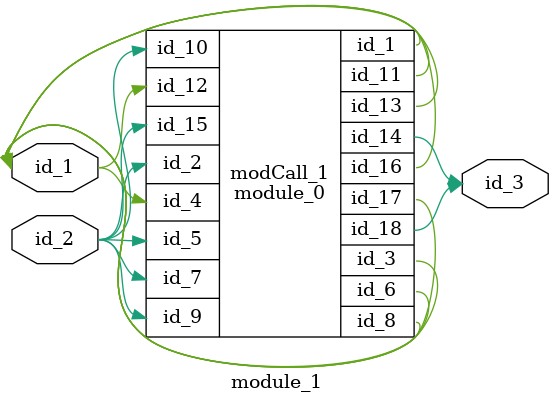
<source format=v>
module module_0 (
    id_1,
    id_2,
    id_3,
    id_4,
    id_5,
    id_6,
    id_7,
    id_8,
    id_9,
    id_10,
    id_11,
    id_12,
    id_13,
    id_14,
    id_15,
    id_16,
    id_17,
    id_18
);
  output wire id_18;
  output wire id_17;
  output wire id_16;
  input wire id_15;
  output wire id_14;
  inout wire id_13;
  input wire id_12;
  inout wire id_11;
  input wire id_10;
  input wire id_9;
  inout wire id_8;
  input wire id_7;
  output wire id_6;
  input wire id_5;
  input wire id_4;
  inout wire id_3;
  input wire id_2;
  inout wire id_1;
  wire id_19;
  assign id_1 = $realtime;
endmodule
module module_1 (
    id_1,
    id_2,
    id_3
);
  output wire id_3;
  input wire id_2;
  inout wire id_1;
  module_0 modCall_1 (
      id_1,
      id_2,
      id_1,
      id_1,
      id_2,
      id_1,
      id_2,
      id_1,
      id_2,
      id_2,
      id_1,
      id_1,
      id_1,
      id_3,
      id_2,
      id_1,
      id_1,
      id_3
  );
  wire id_4;
  wire id_5;
  specify
  endspecify
endmodule

</source>
